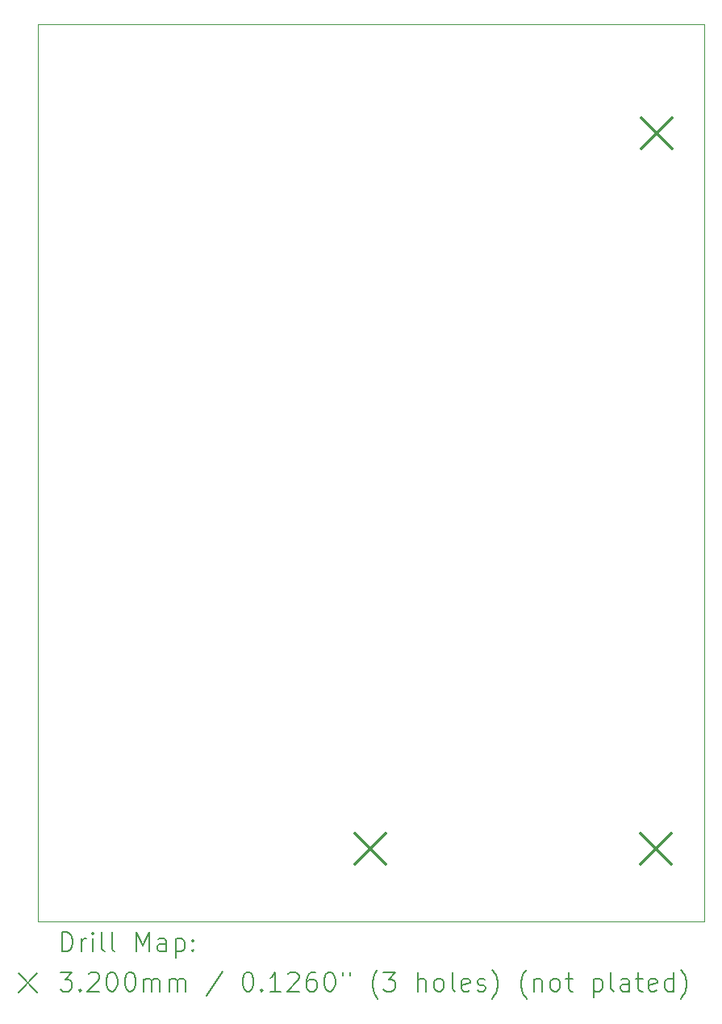
<source format=gbr>
%TF.GenerationSoftware,KiCad,Pcbnew,8.0.3*%
%TF.CreationDate,2024-11-15T02:09:17-08:00*%
%TF.ProjectId,Power_Management,506f7765-725f-44d6-916e-6167656d656e,rev?*%
%TF.SameCoordinates,Original*%
%TF.FileFunction,Drillmap*%
%TF.FilePolarity,Positive*%
%FSLAX45Y45*%
G04 Gerber Fmt 4.5, Leading zero omitted, Abs format (unit mm)*
G04 Created by KiCad (PCBNEW 8.0.3) date 2024-11-15 02:09:17*
%MOMM*%
%LPD*%
G01*
G04 APERTURE LIST*
%ADD10C,0.100000*%
%ADD11C,0.200000*%
%ADD12C,0.320000*%
G04 APERTURE END LIST*
D10*
X15082520Y-9026160D02*
X22082520Y-9026160D01*
X22082520Y-18426160D01*
X15082520Y-18426160D01*
X15082520Y-9026160D01*
D11*
D12*
X18412480Y-17508240D02*
X18732480Y-17828240D01*
X18732480Y-17508240D02*
X18412480Y-17828240D01*
X21412480Y-17508240D02*
X21732480Y-17828240D01*
X21732480Y-17508240D02*
X21412480Y-17828240D01*
X21419840Y-10003160D02*
X21739840Y-10323160D01*
X21739840Y-10003160D02*
X21419840Y-10323160D01*
D11*
X15338297Y-18742644D02*
X15338297Y-18542644D01*
X15338297Y-18542644D02*
X15385916Y-18542644D01*
X15385916Y-18542644D02*
X15414487Y-18552168D01*
X15414487Y-18552168D02*
X15433535Y-18571215D01*
X15433535Y-18571215D02*
X15443059Y-18590263D01*
X15443059Y-18590263D02*
X15452582Y-18628358D01*
X15452582Y-18628358D02*
X15452582Y-18656930D01*
X15452582Y-18656930D02*
X15443059Y-18695025D01*
X15443059Y-18695025D02*
X15433535Y-18714072D01*
X15433535Y-18714072D02*
X15414487Y-18733120D01*
X15414487Y-18733120D02*
X15385916Y-18742644D01*
X15385916Y-18742644D02*
X15338297Y-18742644D01*
X15538297Y-18742644D02*
X15538297Y-18609310D01*
X15538297Y-18647406D02*
X15547821Y-18628358D01*
X15547821Y-18628358D02*
X15557344Y-18618834D01*
X15557344Y-18618834D02*
X15576392Y-18609310D01*
X15576392Y-18609310D02*
X15595440Y-18609310D01*
X15662106Y-18742644D02*
X15662106Y-18609310D01*
X15662106Y-18542644D02*
X15652582Y-18552168D01*
X15652582Y-18552168D02*
X15662106Y-18561691D01*
X15662106Y-18561691D02*
X15671630Y-18552168D01*
X15671630Y-18552168D02*
X15662106Y-18542644D01*
X15662106Y-18542644D02*
X15662106Y-18561691D01*
X15785916Y-18742644D02*
X15766868Y-18733120D01*
X15766868Y-18733120D02*
X15757344Y-18714072D01*
X15757344Y-18714072D02*
X15757344Y-18542644D01*
X15890678Y-18742644D02*
X15871630Y-18733120D01*
X15871630Y-18733120D02*
X15862106Y-18714072D01*
X15862106Y-18714072D02*
X15862106Y-18542644D01*
X16119249Y-18742644D02*
X16119249Y-18542644D01*
X16119249Y-18542644D02*
X16185916Y-18685501D01*
X16185916Y-18685501D02*
X16252582Y-18542644D01*
X16252582Y-18542644D02*
X16252582Y-18742644D01*
X16433535Y-18742644D02*
X16433535Y-18637882D01*
X16433535Y-18637882D02*
X16424011Y-18618834D01*
X16424011Y-18618834D02*
X16404963Y-18609310D01*
X16404963Y-18609310D02*
X16366868Y-18609310D01*
X16366868Y-18609310D02*
X16347821Y-18618834D01*
X16433535Y-18733120D02*
X16414487Y-18742644D01*
X16414487Y-18742644D02*
X16366868Y-18742644D01*
X16366868Y-18742644D02*
X16347821Y-18733120D01*
X16347821Y-18733120D02*
X16338297Y-18714072D01*
X16338297Y-18714072D02*
X16338297Y-18695025D01*
X16338297Y-18695025D02*
X16347821Y-18675977D01*
X16347821Y-18675977D02*
X16366868Y-18666453D01*
X16366868Y-18666453D02*
X16414487Y-18666453D01*
X16414487Y-18666453D02*
X16433535Y-18656930D01*
X16528773Y-18609310D02*
X16528773Y-18809310D01*
X16528773Y-18618834D02*
X16547821Y-18609310D01*
X16547821Y-18609310D02*
X16585916Y-18609310D01*
X16585916Y-18609310D02*
X16604963Y-18618834D01*
X16604963Y-18618834D02*
X16614487Y-18628358D01*
X16614487Y-18628358D02*
X16624011Y-18647406D01*
X16624011Y-18647406D02*
X16624011Y-18704549D01*
X16624011Y-18704549D02*
X16614487Y-18723596D01*
X16614487Y-18723596D02*
X16604963Y-18733120D01*
X16604963Y-18733120D02*
X16585916Y-18742644D01*
X16585916Y-18742644D02*
X16547821Y-18742644D01*
X16547821Y-18742644D02*
X16528773Y-18733120D01*
X16709725Y-18723596D02*
X16719249Y-18733120D01*
X16719249Y-18733120D02*
X16709725Y-18742644D01*
X16709725Y-18742644D02*
X16700202Y-18733120D01*
X16700202Y-18733120D02*
X16709725Y-18723596D01*
X16709725Y-18723596D02*
X16709725Y-18742644D01*
X16709725Y-18618834D02*
X16719249Y-18628358D01*
X16719249Y-18628358D02*
X16709725Y-18637882D01*
X16709725Y-18637882D02*
X16700202Y-18628358D01*
X16700202Y-18628358D02*
X16709725Y-18618834D01*
X16709725Y-18618834D02*
X16709725Y-18637882D01*
X14877520Y-18971160D02*
X15077520Y-19171160D01*
X15077520Y-18971160D02*
X14877520Y-19171160D01*
X15319249Y-18962644D02*
X15443059Y-18962644D01*
X15443059Y-18962644D02*
X15376392Y-19038834D01*
X15376392Y-19038834D02*
X15404963Y-19038834D01*
X15404963Y-19038834D02*
X15424011Y-19048358D01*
X15424011Y-19048358D02*
X15433535Y-19057882D01*
X15433535Y-19057882D02*
X15443059Y-19076930D01*
X15443059Y-19076930D02*
X15443059Y-19124549D01*
X15443059Y-19124549D02*
X15433535Y-19143596D01*
X15433535Y-19143596D02*
X15424011Y-19153120D01*
X15424011Y-19153120D02*
X15404963Y-19162644D01*
X15404963Y-19162644D02*
X15347821Y-19162644D01*
X15347821Y-19162644D02*
X15328773Y-19153120D01*
X15328773Y-19153120D02*
X15319249Y-19143596D01*
X15528773Y-19143596D02*
X15538297Y-19153120D01*
X15538297Y-19153120D02*
X15528773Y-19162644D01*
X15528773Y-19162644D02*
X15519249Y-19153120D01*
X15519249Y-19153120D02*
X15528773Y-19143596D01*
X15528773Y-19143596D02*
X15528773Y-19162644D01*
X15614487Y-18981691D02*
X15624011Y-18972168D01*
X15624011Y-18972168D02*
X15643059Y-18962644D01*
X15643059Y-18962644D02*
X15690678Y-18962644D01*
X15690678Y-18962644D02*
X15709725Y-18972168D01*
X15709725Y-18972168D02*
X15719249Y-18981691D01*
X15719249Y-18981691D02*
X15728773Y-19000739D01*
X15728773Y-19000739D02*
X15728773Y-19019787D01*
X15728773Y-19019787D02*
X15719249Y-19048358D01*
X15719249Y-19048358D02*
X15604963Y-19162644D01*
X15604963Y-19162644D02*
X15728773Y-19162644D01*
X15852582Y-18962644D02*
X15871630Y-18962644D01*
X15871630Y-18962644D02*
X15890678Y-18972168D01*
X15890678Y-18972168D02*
X15900202Y-18981691D01*
X15900202Y-18981691D02*
X15909725Y-19000739D01*
X15909725Y-19000739D02*
X15919249Y-19038834D01*
X15919249Y-19038834D02*
X15919249Y-19086453D01*
X15919249Y-19086453D02*
X15909725Y-19124549D01*
X15909725Y-19124549D02*
X15900202Y-19143596D01*
X15900202Y-19143596D02*
X15890678Y-19153120D01*
X15890678Y-19153120D02*
X15871630Y-19162644D01*
X15871630Y-19162644D02*
X15852582Y-19162644D01*
X15852582Y-19162644D02*
X15833535Y-19153120D01*
X15833535Y-19153120D02*
X15824011Y-19143596D01*
X15824011Y-19143596D02*
X15814487Y-19124549D01*
X15814487Y-19124549D02*
X15804963Y-19086453D01*
X15804963Y-19086453D02*
X15804963Y-19038834D01*
X15804963Y-19038834D02*
X15814487Y-19000739D01*
X15814487Y-19000739D02*
X15824011Y-18981691D01*
X15824011Y-18981691D02*
X15833535Y-18972168D01*
X15833535Y-18972168D02*
X15852582Y-18962644D01*
X16043059Y-18962644D02*
X16062106Y-18962644D01*
X16062106Y-18962644D02*
X16081154Y-18972168D01*
X16081154Y-18972168D02*
X16090678Y-18981691D01*
X16090678Y-18981691D02*
X16100202Y-19000739D01*
X16100202Y-19000739D02*
X16109725Y-19038834D01*
X16109725Y-19038834D02*
X16109725Y-19086453D01*
X16109725Y-19086453D02*
X16100202Y-19124549D01*
X16100202Y-19124549D02*
X16090678Y-19143596D01*
X16090678Y-19143596D02*
X16081154Y-19153120D01*
X16081154Y-19153120D02*
X16062106Y-19162644D01*
X16062106Y-19162644D02*
X16043059Y-19162644D01*
X16043059Y-19162644D02*
X16024011Y-19153120D01*
X16024011Y-19153120D02*
X16014487Y-19143596D01*
X16014487Y-19143596D02*
X16004963Y-19124549D01*
X16004963Y-19124549D02*
X15995440Y-19086453D01*
X15995440Y-19086453D02*
X15995440Y-19038834D01*
X15995440Y-19038834D02*
X16004963Y-19000739D01*
X16004963Y-19000739D02*
X16014487Y-18981691D01*
X16014487Y-18981691D02*
X16024011Y-18972168D01*
X16024011Y-18972168D02*
X16043059Y-18962644D01*
X16195440Y-19162644D02*
X16195440Y-19029310D01*
X16195440Y-19048358D02*
X16204963Y-19038834D01*
X16204963Y-19038834D02*
X16224011Y-19029310D01*
X16224011Y-19029310D02*
X16252583Y-19029310D01*
X16252583Y-19029310D02*
X16271630Y-19038834D01*
X16271630Y-19038834D02*
X16281154Y-19057882D01*
X16281154Y-19057882D02*
X16281154Y-19162644D01*
X16281154Y-19057882D02*
X16290678Y-19038834D01*
X16290678Y-19038834D02*
X16309725Y-19029310D01*
X16309725Y-19029310D02*
X16338297Y-19029310D01*
X16338297Y-19029310D02*
X16357344Y-19038834D01*
X16357344Y-19038834D02*
X16366868Y-19057882D01*
X16366868Y-19057882D02*
X16366868Y-19162644D01*
X16462106Y-19162644D02*
X16462106Y-19029310D01*
X16462106Y-19048358D02*
X16471630Y-19038834D01*
X16471630Y-19038834D02*
X16490678Y-19029310D01*
X16490678Y-19029310D02*
X16519249Y-19029310D01*
X16519249Y-19029310D02*
X16538297Y-19038834D01*
X16538297Y-19038834D02*
X16547821Y-19057882D01*
X16547821Y-19057882D02*
X16547821Y-19162644D01*
X16547821Y-19057882D02*
X16557344Y-19038834D01*
X16557344Y-19038834D02*
X16576392Y-19029310D01*
X16576392Y-19029310D02*
X16604963Y-19029310D01*
X16604963Y-19029310D02*
X16624011Y-19038834D01*
X16624011Y-19038834D02*
X16633535Y-19057882D01*
X16633535Y-19057882D02*
X16633535Y-19162644D01*
X17024011Y-18953120D02*
X16852583Y-19210263D01*
X17281154Y-18962644D02*
X17300202Y-18962644D01*
X17300202Y-18962644D02*
X17319249Y-18972168D01*
X17319249Y-18972168D02*
X17328773Y-18981691D01*
X17328773Y-18981691D02*
X17338297Y-19000739D01*
X17338297Y-19000739D02*
X17347821Y-19038834D01*
X17347821Y-19038834D02*
X17347821Y-19086453D01*
X17347821Y-19086453D02*
X17338297Y-19124549D01*
X17338297Y-19124549D02*
X17328773Y-19143596D01*
X17328773Y-19143596D02*
X17319249Y-19153120D01*
X17319249Y-19153120D02*
X17300202Y-19162644D01*
X17300202Y-19162644D02*
X17281154Y-19162644D01*
X17281154Y-19162644D02*
X17262107Y-19153120D01*
X17262107Y-19153120D02*
X17252583Y-19143596D01*
X17252583Y-19143596D02*
X17243059Y-19124549D01*
X17243059Y-19124549D02*
X17233535Y-19086453D01*
X17233535Y-19086453D02*
X17233535Y-19038834D01*
X17233535Y-19038834D02*
X17243059Y-19000739D01*
X17243059Y-19000739D02*
X17252583Y-18981691D01*
X17252583Y-18981691D02*
X17262107Y-18972168D01*
X17262107Y-18972168D02*
X17281154Y-18962644D01*
X17433535Y-19143596D02*
X17443059Y-19153120D01*
X17443059Y-19153120D02*
X17433535Y-19162644D01*
X17433535Y-19162644D02*
X17424011Y-19153120D01*
X17424011Y-19153120D02*
X17433535Y-19143596D01*
X17433535Y-19143596D02*
X17433535Y-19162644D01*
X17633535Y-19162644D02*
X17519249Y-19162644D01*
X17576392Y-19162644D02*
X17576392Y-18962644D01*
X17576392Y-18962644D02*
X17557345Y-18991215D01*
X17557345Y-18991215D02*
X17538297Y-19010263D01*
X17538297Y-19010263D02*
X17519249Y-19019787D01*
X17709726Y-18981691D02*
X17719249Y-18972168D01*
X17719249Y-18972168D02*
X17738297Y-18962644D01*
X17738297Y-18962644D02*
X17785916Y-18962644D01*
X17785916Y-18962644D02*
X17804964Y-18972168D01*
X17804964Y-18972168D02*
X17814488Y-18981691D01*
X17814488Y-18981691D02*
X17824011Y-19000739D01*
X17824011Y-19000739D02*
X17824011Y-19019787D01*
X17824011Y-19019787D02*
X17814488Y-19048358D01*
X17814488Y-19048358D02*
X17700202Y-19162644D01*
X17700202Y-19162644D02*
X17824011Y-19162644D01*
X17995440Y-18962644D02*
X17957345Y-18962644D01*
X17957345Y-18962644D02*
X17938297Y-18972168D01*
X17938297Y-18972168D02*
X17928773Y-18981691D01*
X17928773Y-18981691D02*
X17909726Y-19010263D01*
X17909726Y-19010263D02*
X17900202Y-19048358D01*
X17900202Y-19048358D02*
X17900202Y-19124549D01*
X17900202Y-19124549D02*
X17909726Y-19143596D01*
X17909726Y-19143596D02*
X17919249Y-19153120D01*
X17919249Y-19153120D02*
X17938297Y-19162644D01*
X17938297Y-19162644D02*
X17976392Y-19162644D01*
X17976392Y-19162644D02*
X17995440Y-19153120D01*
X17995440Y-19153120D02*
X18004964Y-19143596D01*
X18004964Y-19143596D02*
X18014488Y-19124549D01*
X18014488Y-19124549D02*
X18014488Y-19076930D01*
X18014488Y-19076930D02*
X18004964Y-19057882D01*
X18004964Y-19057882D02*
X17995440Y-19048358D01*
X17995440Y-19048358D02*
X17976392Y-19038834D01*
X17976392Y-19038834D02*
X17938297Y-19038834D01*
X17938297Y-19038834D02*
X17919249Y-19048358D01*
X17919249Y-19048358D02*
X17909726Y-19057882D01*
X17909726Y-19057882D02*
X17900202Y-19076930D01*
X18138297Y-18962644D02*
X18157345Y-18962644D01*
X18157345Y-18962644D02*
X18176392Y-18972168D01*
X18176392Y-18972168D02*
X18185916Y-18981691D01*
X18185916Y-18981691D02*
X18195440Y-19000739D01*
X18195440Y-19000739D02*
X18204964Y-19038834D01*
X18204964Y-19038834D02*
X18204964Y-19086453D01*
X18204964Y-19086453D02*
X18195440Y-19124549D01*
X18195440Y-19124549D02*
X18185916Y-19143596D01*
X18185916Y-19143596D02*
X18176392Y-19153120D01*
X18176392Y-19153120D02*
X18157345Y-19162644D01*
X18157345Y-19162644D02*
X18138297Y-19162644D01*
X18138297Y-19162644D02*
X18119249Y-19153120D01*
X18119249Y-19153120D02*
X18109726Y-19143596D01*
X18109726Y-19143596D02*
X18100202Y-19124549D01*
X18100202Y-19124549D02*
X18090678Y-19086453D01*
X18090678Y-19086453D02*
X18090678Y-19038834D01*
X18090678Y-19038834D02*
X18100202Y-19000739D01*
X18100202Y-19000739D02*
X18109726Y-18981691D01*
X18109726Y-18981691D02*
X18119249Y-18972168D01*
X18119249Y-18972168D02*
X18138297Y-18962644D01*
X18281154Y-18962644D02*
X18281154Y-19000739D01*
X18357345Y-18962644D02*
X18357345Y-19000739D01*
X18652583Y-19238834D02*
X18643059Y-19229310D01*
X18643059Y-19229310D02*
X18624011Y-19200739D01*
X18624011Y-19200739D02*
X18614488Y-19181691D01*
X18614488Y-19181691D02*
X18604964Y-19153120D01*
X18604964Y-19153120D02*
X18595440Y-19105501D01*
X18595440Y-19105501D02*
X18595440Y-19067406D01*
X18595440Y-19067406D02*
X18604964Y-19019787D01*
X18604964Y-19019787D02*
X18614488Y-18991215D01*
X18614488Y-18991215D02*
X18624011Y-18972168D01*
X18624011Y-18972168D02*
X18643059Y-18943596D01*
X18643059Y-18943596D02*
X18652583Y-18934072D01*
X18709726Y-18962644D02*
X18833535Y-18962644D01*
X18833535Y-18962644D02*
X18766869Y-19038834D01*
X18766869Y-19038834D02*
X18795440Y-19038834D01*
X18795440Y-19038834D02*
X18814488Y-19048358D01*
X18814488Y-19048358D02*
X18824011Y-19057882D01*
X18824011Y-19057882D02*
X18833535Y-19076930D01*
X18833535Y-19076930D02*
X18833535Y-19124549D01*
X18833535Y-19124549D02*
X18824011Y-19143596D01*
X18824011Y-19143596D02*
X18814488Y-19153120D01*
X18814488Y-19153120D02*
X18795440Y-19162644D01*
X18795440Y-19162644D02*
X18738297Y-19162644D01*
X18738297Y-19162644D02*
X18719250Y-19153120D01*
X18719250Y-19153120D02*
X18709726Y-19143596D01*
X19071631Y-19162644D02*
X19071631Y-18962644D01*
X19157345Y-19162644D02*
X19157345Y-19057882D01*
X19157345Y-19057882D02*
X19147821Y-19038834D01*
X19147821Y-19038834D02*
X19128773Y-19029310D01*
X19128773Y-19029310D02*
X19100202Y-19029310D01*
X19100202Y-19029310D02*
X19081154Y-19038834D01*
X19081154Y-19038834D02*
X19071631Y-19048358D01*
X19281154Y-19162644D02*
X19262107Y-19153120D01*
X19262107Y-19153120D02*
X19252583Y-19143596D01*
X19252583Y-19143596D02*
X19243059Y-19124549D01*
X19243059Y-19124549D02*
X19243059Y-19067406D01*
X19243059Y-19067406D02*
X19252583Y-19048358D01*
X19252583Y-19048358D02*
X19262107Y-19038834D01*
X19262107Y-19038834D02*
X19281154Y-19029310D01*
X19281154Y-19029310D02*
X19309726Y-19029310D01*
X19309726Y-19029310D02*
X19328773Y-19038834D01*
X19328773Y-19038834D02*
X19338297Y-19048358D01*
X19338297Y-19048358D02*
X19347821Y-19067406D01*
X19347821Y-19067406D02*
X19347821Y-19124549D01*
X19347821Y-19124549D02*
X19338297Y-19143596D01*
X19338297Y-19143596D02*
X19328773Y-19153120D01*
X19328773Y-19153120D02*
X19309726Y-19162644D01*
X19309726Y-19162644D02*
X19281154Y-19162644D01*
X19462107Y-19162644D02*
X19443059Y-19153120D01*
X19443059Y-19153120D02*
X19433535Y-19134072D01*
X19433535Y-19134072D02*
X19433535Y-18962644D01*
X19614488Y-19153120D02*
X19595440Y-19162644D01*
X19595440Y-19162644D02*
X19557345Y-19162644D01*
X19557345Y-19162644D02*
X19538297Y-19153120D01*
X19538297Y-19153120D02*
X19528773Y-19134072D01*
X19528773Y-19134072D02*
X19528773Y-19057882D01*
X19528773Y-19057882D02*
X19538297Y-19038834D01*
X19538297Y-19038834D02*
X19557345Y-19029310D01*
X19557345Y-19029310D02*
X19595440Y-19029310D01*
X19595440Y-19029310D02*
X19614488Y-19038834D01*
X19614488Y-19038834D02*
X19624012Y-19057882D01*
X19624012Y-19057882D02*
X19624012Y-19076930D01*
X19624012Y-19076930D02*
X19528773Y-19095977D01*
X19700202Y-19153120D02*
X19719250Y-19162644D01*
X19719250Y-19162644D02*
X19757345Y-19162644D01*
X19757345Y-19162644D02*
X19776393Y-19153120D01*
X19776393Y-19153120D02*
X19785916Y-19134072D01*
X19785916Y-19134072D02*
X19785916Y-19124549D01*
X19785916Y-19124549D02*
X19776393Y-19105501D01*
X19776393Y-19105501D02*
X19757345Y-19095977D01*
X19757345Y-19095977D02*
X19728773Y-19095977D01*
X19728773Y-19095977D02*
X19709726Y-19086453D01*
X19709726Y-19086453D02*
X19700202Y-19067406D01*
X19700202Y-19067406D02*
X19700202Y-19057882D01*
X19700202Y-19057882D02*
X19709726Y-19038834D01*
X19709726Y-19038834D02*
X19728773Y-19029310D01*
X19728773Y-19029310D02*
X19757345Y-19029310D01*
X19757345Y-19029310D02*
X19776393Y-19038834D01*
X19852583Y-19238834D02*
X19862107Y-19229310D01*
X19862107Y-19229310D02*
X19881154Y-19200739D01*
X19881154Y-19200739D02*
X19890678Y-19181691D01*
X19890678Y-19181691D02*
X19900202Y-19153120D01*
X19900202Y-19153120D02*
X19909726Y-19105501D01*
X19909726Y-19105501D02*
X19909726Y-19067406D01*
X19909726Y-19067406D02*
X19900202Y-19019787D01*
X19900202Y-19019787D02*
X19890678Y-18991215D01*
X19890678Y-18991215D02*
X19881154Y-18972168D01*
X19881154Y-18972168D02*
X19862107Y-18943596D01*
X19862107Y-18943596D02*
X19852583Y-18934072D01*
X20214488Y-19238834D02*
X20204964Y-19229310D01*
X20204964Y-19229310D02*
X20185916Y-19200739D01*
X20185916Y-19200739D02*
X20176393Y-19181691D01*
X20176393Y-19181691D02*
X20166869Y-19153120D01*
X20166869Y-19153120D02*
X20157345Y-19105501D01*
X20157345Y-19105501D02*
X20157345Y-19067406D01*
X20157345Y-19067406D02*
X20166869Y-19019787D01*
X20166869Y-19019787D02*
X20176393Y-18991215D01*
X20176393Y-18991215D02*
X20185916Y-18972168D01*
X20185916Y-18972168D02*
X20204964Y-18943596D01*
X20204964Y-18943596D02*
X20214488Y-18934072D01*
X20290678Y-19029310D02*
X20290678Y-19162644D01*
X20290678Y-19048358D02*
X20300202Y-19038834D01*
X20300202Y-19038834D02*
X20319250Y-19029310D01*
X20319250Y-19029310D02*
X20347821Y-19029310D01*
X20347821Y-19029310D02*
X20366869Y-19038834D01*
X20366869Y-19038834D02*
X20376393Y-19057882D01*
X20376393Y-19057882D02*
X20376393Y-19162644D01*
X20500202Y-19162644D02*
X20481154Y-19153120D01*
X20481154Y-19153120D02*
X20471631Y-19143596D01*
X20471631Y-19143596D02*
X20462107Y-19124549D01*
X20462107Y-19124549D02*
X20462107Y-19067406D01*
X20462107Y-19067406D02*
X20471631Y-19048358D01*
X20471631Y-19048358D02*
X20481154Y-19038834D01*
X20481154Y-19038834D02*
X20500202Y-19029310D01*
X20500202Y-19029310D02*
X20528774Y-19029310D01*
X20528774Y-19029310D02*
X20547821Y-19038834D01*
X20547821Y-19038834D02*
X20557345Y-19048358D01*
X20557345Y-19048358D02*
X20566869Y-19067406D01*
X20566869Y-19067406D02*
X20566869Y-19124549D01*
X20566869Y-19124549D02*
X20557345Y-19143596D01*
X20557345Y-19143596D02*
X20547821Y-19153120D01*
X20547821Y-19153120D02*
X20528774Y-19162644D01*
X20528774Y-19162644D02*
X20500202Y-19162644D01*
X20624012Y-19029310D02*
X20700202Y-19029310D01*
X20652583Y-18962644D02*
X20652583Y-19134072D01*
X20652583Y-19134072D02*
X20662107Y-19153120D01*
X20662107Y-19153120D02*
X20681154Y-19162644D01*
X20681154Y-19162644D02*
X20700202Y-19162644D01*
X20919250Y-19029310D02*
X20919250Y-19229310D01*
X20919250Y-19038834D02*
X20938297Y-19029310D01*
X20938297Y-19029310D02*
X20976393Y-19029310D01*
X20976393Y-19029310D02*
X20995440Y-19038834D01*
X20995440Y-19038834D02*
X21004964Y-19048358D01*
X21004964Y-19048358D02*
X21014488Y-19067406D01*
X21014488Y-19067406D02*
X21014488Y-19124549D01*
X21014488Y-19124549D02*
X21004964Y-19143596D01*
X21004964Y-19143596D02*
X20995440Y-19153120D01*
X20995440Y-19153120D02*
X20976393Y-19162644D01*
X20976393Y-19162644D02*
X20938297Y-19162644D01*
X20938297Y-19162644D02*
X20919250Y-19153120D01*
X21128774Y-19162644D02*
X21109726Y-19153120D01*
X21109726Y-19153120D02*
X21100202Y-19134072D01*
X21100202Y-19134072D02*
X21100202Y-18962644D01*
X21290678Y-19162644D02*
X21290678Y-19057882D01*
X21290678Y-19057882D02*
X21281155Y-19038834D01*
X21281155Y-19038834D02*
X21262107Y-19029310D01*
X21262107Y-19029310D02*
X21224012Y-19029310D01*
X21224012Y-19029310D02*
X21204964Y-19038834D01*
X21290678Y-19153120D02*
X21271631Y-19162644D01*
X21271631Y-19162644D02*
X21224012Y-19162644D01*
X21224012Y-19162644D02*
X21204964Y-19153120D01*
X21204964Y-19153120D02*
X21195440Y-19134072D01*
X21195440Y-19134072D02*
X21195440Y-19115025D01*
X21195440Y-19115025D02*
X21204964Y-19095977D01*
X21204964Y-19095977D02*
X21224012Y-19086453D01*
X21224012Y-19086453D02*
X21271631Y-19086453D01*
X21271631Y-19086453D02*
X21290678Y-19076930D01*
X21357345Y-19029310D02*
X21433535Y-19029310D01*
X21385916Y-18962644D02*
X21385916Y-19134072D01*
X21385916Y-19134072D02*
X21395440Y-19153120D01*
X21395440Y-19153120D02*
X21414488Y-19162644D01*
X21414488Y-19162644D02*
X21433535Y-19162644D01*
X21576393Y-19153120D02*
X21557345Y-19162644D01*
X21557345Y-19162644D02*
X21519250Y-19162644D01*
X21519250Y-19162644D02*
X21500202Y-19153120D01*
X21500202Y-19153120D02*
X21490678Y-19134072D01*
X21490678Y-19134072D02*
X21490678Y-19057882D01*
X21490678Y-19057882D02*
X21500202Y-19038834D01*
X21500202Y-19038834D02*
X21519250Y-19029310D01*
X21519250Y-19029310D02*
X21557345Y-19029310D01*
X21557345Y-19029310D02*
X21576393Y-19038834D01*
X21576393Y-19038834D02*
X21585916Y-19057882D01*
X21585916Y-19057882D02*
X21585916Y-19076930D01*
X21585916Y-19076930D02*
X21490678Y-19095977D01*
X21757345Y-19162644D02*
X21757345Y-18962644D01*
X21757345Y-19153120D02*
X21738297Y-19162644D01*
X21738297Y-19162644D02*
X21700202Y-19162644D01*
X21700202Y-19162644D02*
X21681155Y-19153120D01*
X21681155Y-19153120D02*
X21671631Y-19143596D01*
X21671631Y-19143596D02*
X21662107Y-19124549D01*
X21662107Y-19124549D02*
X21662107Y-19067406D01*
X21662107Y-19067406D02*
X21671631Y-19048358D01*
X21671631Y-19048358D02*
X21681155Y-19038834D01*
X21681155Y-19038834D02*
X21700202Y-19029310D01*
X21700202Y-19029310D02*
X21738297Y-19029310D01*
X21738297Y-19029310D02*
X21757345Y-19038834D01*
X21833536Y-19238834D02*
X21843059Y-19229310D01*
X21843059Y-19229310D02*
X21862107Y-19200739D01*
X21862107Y-19200739D02*
X21871631Y-19181691D01*
X21871631Y-19181691D02*
X21881155Y-19153120D01*
X21881155Y-19153120D02*
X21890678Y-19105501D01*
X21890678Y-19105501D02*
X21890678Y-19067406D01*
X21890678Y-19067406D02*
X21881155Y-19019787D01*
X21881155Y-19019787D02*
X21871631Y-18991215D01*
X21871631Y-18991215D02*
X21862107Y-18972168D01*
X21862107Y-18972168D02*
X21843059Y-18943596D01*
X21843059Y-18943596D02*
X21833536Y-18934072D01*
M02*

</source>
